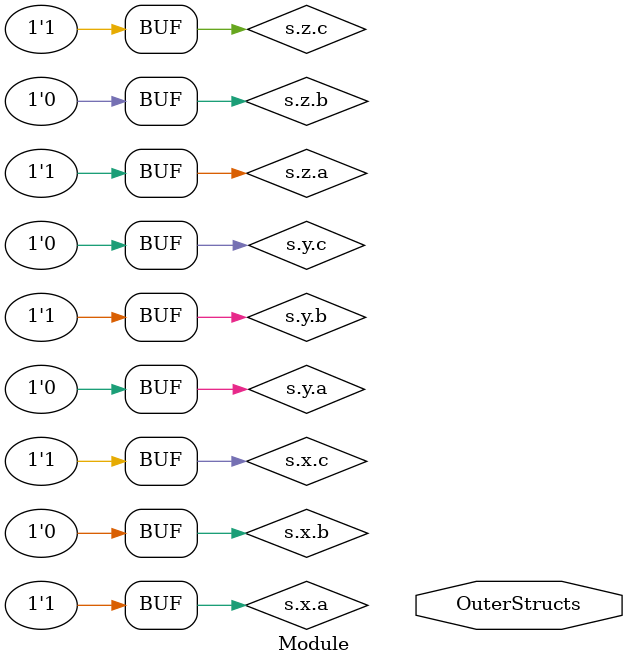
<source format=sv>
`include "metron/tools/metron_tools.sv"

typedef struct packed {
  logic[7:0] a;
  logic[7:0] b;
  logic[7:0] c;
} InnerStruct;

typedef struct packed {
  InnerStruct x;
  InnerStruct y;
  InnerStruct z;
} OuterStruct;

module Module  (
  // output signals
  output OuterStructs
);
/*public*/


  always_comb begin : func1
    s.x.a = 1;
    s.x.b = 2;
    s.x.c = 3;
  end

  always_comb begin : func2
    s.y.a = 4;
    s.y.b = 5;
    s.y.c = 6;
  end

  always_comb begin : func3
    s.z.a = 7;
    s.z.b = 8;
    s.z.c = 9;
  end
endmodule

</source>
